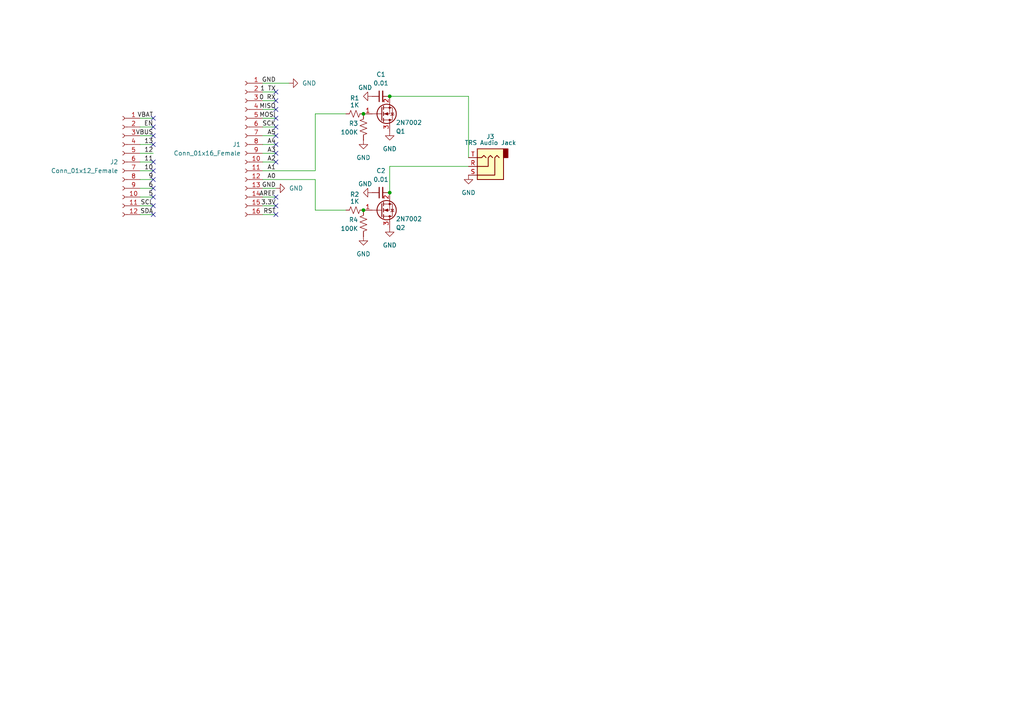
<source format=kicad_sch>
(kicad_sch (version 20231120) (generator "eeschema") (generator_version "8.0")
  (paper "A4")
  (lib_symbols
    (symbol "Connector:Conn_01x12_Female" (pin_names (offset 1.016) hide)
      (property "Reference" "J" (at 0 15.24 0))
      (property "Value" "Conn_01x12_Female" (at 0 -17.78 0))
      (symbol "Conn_01x12_Female_1_1"
        (arc (start 0 -14.732) (mid -0.5058 -15.24) (end 0 -15.748) (stroke (width 0.1524)))
        (arc (start 0 -12.192) (mid -0.5058 -12.7) (end 0 -13.208) (stroke (width 0.1524)))
        (arc (start 0 -9.652) (mid -0.5058 -10.16) (end 0 -10.668) (stroke (width 0.1524)))
        (arc (start 0 -7.112) (mid -0.5058 -7.62) (end 0 -8.128) (stroke (width 0.1524)))
        (arc (start 0 -4.572) (mid -0.5058 -5.08) (end 0 -5.588) (stroke (width 0.1524)))
        (arc (start 0 -2.032) (mid -0.5058 -2.54) (end 0 -3.048) (stroke (width 0.1524)))
        (polyline (pts (xy -1.27 -15.24) (xy -0.508 -15.24)) (stroke (width 0.1524)))
        (polyline (pts (xy -1.27 -12.7) (xy -0.508 -12.7)) (stroke (width 0.1524)))
        (polyline (pts (xy -1.27 -10.16) (xy -0.508 -10.16)) (stroke (width 0.1524)))
        (polyline (pts (xy -1.27 -7.62) (xy -0.508 -7.62)) (stroke (width 0.1524)))
        (polyline (pts (xy -1.27 -5.08) (xy -0.508 -5.08)) (stroke (width 0.1524)))
        (polyline (pts (xy -1.27 -2.54) (xy -0.508 -2.54)) (stroke (width 0.1524)))
        (polyline (pts (xy -1.27 0) (xy -0.508 0)) (stroke (width 0.1524)))
        (polyline (pts (xy -1.27 2.54) (xy -0.508 2.54)) (stroke (width 0.1524)))
        (polyline (pts (xy -1.27 5.08) (xy -0.508 5.08)) (stroke (width 0.1524)))
        (polyline (pts (xy -1.27 7.62) (xy -0.508 7.62)) (stroke (width 0.1524)))
        (polyline (pts (xy -1.27 10.16) (xy -0.508 10.16)) (stroke (width 0.1524)))
        (polyline (pts (xy -1.27 12.7) (xy -0.508 12.7)) (stroke (width 0.1524)))
        (arc (start 0 0.508) (mid -0.5058 0) (end 0 -0.508) (stroke (width 0.1524)))
        (arc (start 0 3.048) (mid -0.5058 2.54) (end 0 2.032) (stroke (width 0.1524)))
        (arc (start 0 5.588) (mid -0.5058 5.08) (end 0 4.572) (stroke (width 0.1524)))
        (arc (start 0 8.128) (mid -0.5058 7.62) (end 0 7.112) (stroke (width 0.1524)))
        (arc (start 0 10.668) (mid -0.5058 10.16) (end 0 9.652) (stroke (width 0.1524)))
        (arc (start 0 13.208) (mid -0.5058 12.7) (end 0 12.192) (stroke (width 0.1524)))
        (pin passive line (at -5.08 12.7 0) (length 3.81) (name "Pin_1") (number "1"))
        (pin passive line (at -5.08 -10.16 0) (length 3.81) (name "Pin_10") (number "10"))
        (pin passive line (at -5.08 -12.7 0) (length 3.81) (name "Pin_11") (number "11"))
        (pin passive line (at -5.08 -15.24 0) (length 3.81) (name "Pin_12") (number "12"))
        (pin passive line (at -5.08 10.16 0) (length 3.81) (name "Pin_2") (number "2"))
        (pin passive line (at -5.08 7.62 0) (length 3.81) (name "Pin_3") (number "3"))
        (pin passive line (at -5.08 5.08 0) (length 3.81) (name "Pin_4") (number "4"))
        (pin passive line (at -5.08 2.54 0) (length 3.81) (name "Pin_5") (number "5"))
        (pin passive line (at -5.08 0 0) (length 3.81) (name "Pin_6") (number "6"))
        (pin passive line (at -5.08 -2.54 0) (length 3.81) (name "Pin_7") (number "7"))
        (pin passive line (at -5.08 -5.08 0) (length 3.81) (name "Pin_8") (number "8"))
        (pin passive line (at -5.08 -7.62 0) (length 3.81) (name "Pin_9") (number "9"))
      )
    )
    (symbol "Connector:Conn_01x16_Female" (pin_names (offset 1.016) hide)
      (property "Reference" "J" (at 0 20.32 0))
      (property "Value" "Conn_01x16_Female" (at 0 -22.86 0))
      (symbol "Conn_01x16_Female_1_1"
        (arc (start 0 -19.812) (mid -0.5058 -20.32) (end 0 -20.828) (stroke (width 0.1524)))
        (arc (start 0 -17.272) (mid -0.5058 -17.78) (end 0 -18.288) (stroke (width 0.1524)))
        (arc (start 0 -14.732) (mid -0.5058 -15.24) (end 0 -15.748) (stroke (width 0.1524)))
        (arc (start 0 -12.192) (mid -0.5058 -12.7) (end 0 -13.208) (stroke (width 0.1524)))
        (arc (start 0 -9.652) (mid -0.5058 -10.16) (end 0 -10.668) (stroke (width 0.1524)))
        (arc (start 0 -7.112) (mid -0.5058 -7.62) (end 0 -8.128) (stroke (width 0.1524)))
        (arc (start 0 -4.572) (mid -0.5058 -5.08) (end 0 -5.588) (stroke (width 0.1524)))
        (arc (start 0 -2.032) (mid -0.5058 -2.54) (end 0 -3.048) (stroke (width 0.1524)))
        (polyline (pts (xy -1.27 -20.32) (xy -0.508 -20.32)) (stroke (width 0.1524)))
        (polyline (pts (xy -1.27 -17.78) (xy -0.508 -17.78)) (stroke (width 0.1524)))
        (polyline (pts (xy -1.27 -15.24) (xy -0.508 -15.24)) (stroke (width 0.1524)))
        (polyline (pts (xy -1.27 -12.7) (xy -0.508 -12.7)) (stroke (width 0.1524)))
        (polyline (pts (xy -1.27 -10.16) (xy -0.508 -10.16)) (stroke (width 0.1524)))
        (polyline (pts (xy -1.27 -7.62) (xy -0.508 -7.62)) (stroke (width 0.1524)))
        (polyline (pts (xy -1.27 -5.08) (xy -0.508 -5.08)) (stroke (width 0.1524)))
        (polyline (pts (xy -1.27 -2.54) (xy -0.508 -2.54)) (stroke (width 0.1524)))
        (polyline (pts (xy -1.27 0) (xy -0.508 0)) (stroke (width 0.1524)))
        (polyline (pts (xy -1.27 2.54) (xy -0.508 2.54)) (stroke (width 0.1524)))
        (polyline (pts (xy -1.27 5.08) (xy -0.508 5.08)) (stroke (width 0.1524)))
        (polyline (pts (xy -1.27 7.62) (xy -0.508 7.62)) (stroke (width 0.1524)))
        (polyline (pts (xy -1.27 10.16) (xy -0.508 10.16)) (stroke (width 0.1524)))
        (polyline (pts (xy -1.27 12.7) (xy -0.508 12.7)) (stroke (width 0.1524)))
        (polyline (pts (xy -1.27 15.24) (xy -0.508 15.24)) (stroke (width 0.1524)))
        (polyline (pts (xy -1.27 17.78) (xy -0.508 17.78)) (stroke (width 0.1524)))
        (arc (start 0 0.508) (mid -0.5058 0) (end 0 -0.508) (stroke (width 0.1524)))
        (arc (start 0 3.048) (mid -0.5058 2.54) (end 0 2.032) (stroke (width 0.1524)))
        (arc (start 0 5.588) (mid -0.5058 5.08) (end 0 4.572) (stroke (width 0.1524)))
        (arc (start 0 8.128) (mid -0.5058 7.62) (end 0 7.112) (stroke (width 0.1524)))
        (arc (start 0 10.668) (mid -0.5058 10.16) (end 0 9.652) (stroke (width 0.1524)))
        (arc (start 0 13.208) (mid -0.5058 12.7) (end 0 12.192) (stroke (width 0.1524)))
        (arc (start 0 15.748) (mid -0.5058 15.24) (end 0 14.732) (stroke (width 0.1524)))
        (arc (start 0 18.288) (mid -0.5058 17.78) (end 0 17.272) (stroke (width 0.1524)))
        (pin passive line (at -5.08 17.78 0) (length 3.81) (name "Pin_1") (number "1"))
        (pin passive line (at -5.08 -5.08 0) (length 3.81) (name "Pin_10") (number "10"))
        (pin passive line (at -5.08 -7.62 0) (length 3.81) (name "Pin_11") (number "11"))
        (pin passive line (at -5.08 -10.16 0) (length 3.81) (name "Pin_12") (number "12"))
        (pin passive line (at -5.08 -12.7 0) (length 3.81) (name "Pin_13") (number "13"))
        (pin passive line (at -5.08 -15.24 0) (length 3.81) (name "Pin_14") (number "14"))
        (pin passive line (at -5.08 -17.78 0) (length 3.81) (name "Pin_15") (number "15"))
        (pin passive line (at -5.08 -20.32 0) (length 3.81) (name "Pin_16") (number "16"))
        (pin passive line (at -5.08 15.24 0) (length 3.81) (name "Pin_2") (number "2"))
        (pin passive line (at -5.08 12.7 0) (length 3.81) (name "Pin_3") (number "3"))
        (pin passive line (at -5.08 10.16 0) (length 3.81) (name "Pin_4") (number "4"))
        (pin passive line (at -5.08 7.62 0) (length 3.81) (name "Pin_5") (number "5"))
        (pin passive line (at -5.08 5.08 0) (length 3.81) (name "Pin_6") (number "6"))
        (pin passive line (at -5.08 2.54 0) (length 3.81) (name "Pin_7") (number "7"))
        (pin passive line (at -5.08 0 0) (length 3.81) (name "Pin_8") (number "8"))
        (pin passive line (at -5.08 -2.54 0) (length 3.81) (name "Pin_9") (number "9"))
      )
    )
    (symbol "Connector_Audio:AudioJack3"
      (property "Reference" "J" (at 0 8.89 0))
      (property "Value" "AudioJack3" (at 0 6.35 0))
      (symbol "AudioJack3_0_1"
        (rectangle (start -5.08 -5.08) (end -6.35 -2.54) (stroke (width 0.254)) (fill (type outline)))
        (polyline (pts (xy 0 -2.54) (xy 0.635 -3.175) (xy 1.27 -2.54) (xy 2.54 -2.54)) (stroke (width 0.254)))
        (polyline (pts (xy -1.905 -2.54) (xy -1.27 -3.175) (xy -0.635 -2.54) (xy -0.635 0) (xy 2.54 0)) (stroke (width 0.254)))
        (polyline (pts (xy 2.54 2.54) (xy -2.54 2.54) (xy -2.54 -2.54) (xy -3.175 -3.175) (xy -3.81 -2.54)) (stroke (width 0.254)))
        (rectangle (start 2.54 3.81) (end -5.08 -5.08) (stroke (width 0.254)) (fill (type background)))
      )
      (symbol "AudioJack3_1_1"
        (pin passive line (at 5.08 0 180) (length 2.54) (name "~") (number "R"))
        (pin passive line (at 5.08 2.54 180) (length 2.54) (name "~") (number "S"))
        (pin passive line (at 5.08 -2.54 180) (length 2.54) (name "~") (number "T"))
      )
    )
    (symbol "Device:C_Small" (pin_numbers hide) (pin_names (offset 0.254) hide)
      (property "Reference" "C" (at 0.254 1.778 0))
      (property "Value" "C_Small" (at 0.254 -2.032 0))
      (symbol "C_Small_0_1"
        (polyline (pts (xy -1.524 -0.508) (xy 1.524 -0.508)) (stroke (width 0.3302)))
        (polyline (pts (xy -1.524 0.508) (xy 1.524 0.508)) (stroke (width 0.3048)))
      )
      (symbol "C_Small_1_1"
        (pin passive line (at 0 2.54 270) (length 2.032) (name "~") (number "1"))
        (pin passive line (at 0 -2.54 90) (length 2.032) (name "~") (number "2"))
      )
    )
    (symbol "Device:R_Small_US" (pin_numbers hide) (pin_names (offset 0.254) hide)
      (property "Reference" "R" (at 0.762 0.508 0))
      (property "Value" "R_Small_US" (at 0.762 -1.016 0))
      (symbol "R_Small_US_1_1"
        (polyline (pts (xy 0 0) (xy 1.016 -0.381) (xy 0 -0.762) (xy -1.016 -1.143) (xy 0 -1.524)))
        (polyline (pts (xy 0 1.524) (xy 1.016 1.143) (xy 0 0.762) (xy -1.016 0.381) (xy 0 0)))
        (pin passive line (at 0 2.54 270) (length 1.016) (name "~") (number "1"))
        (pin passive line (at 0 -2.54 90) (length 1.016) (name "~") (number "2"))
      )
    )
    (symbol "Device:R_US" (pin_numbers hide) (pin_names (offset 0))
      (property "Reference" "R" (at 2.54 0 90))
      (property "Value" "R_US" (at -2.54 0 90))
      (symbol "R_US_0_1"
        (polyline (pts (xy 0 -2.286) (xy 0 -2.54)))
        (polyline (pts (xy 0 2.286) (xy 0 2.54)))
        (polyline (pts (xy 0 -0.762) (xy 1.016 -1.143) (xy 0 -1.524) (xy -1.016 -1.905) (xy 0 -2.286)))
        (polyline (pts (xy 0 0.762) (xy 1.016 0.381) (xy 0 0) (xy -1.016 -0.381) (xy 0 -0.762)))
        (polyline (pts (xy 0 2.286) (xy 1.016 1.905) (xy 0 1.524) (xy -1.016 1.143) (xy 0 0.762)))
      )
      (symbol "R_US_1_1"
        (pin passive line (at 0 3.81 270) (length 1.27) (name "~") (number "1"))
        (pin passive line (at 0 -3.81 90) (length 1.27) (name "~") (number "2"))
      )
    )
    (symbol "Transistor_FET:2N7002H" (pin_names hide)
      (property "Reference" "Q" (at 5.08 1.905 0))
      (property "Value" "2N7002H" (at 5.08 0 0))
      (symbol "2N7002H_0_1"
        (polyline (pts (xy 0.254 0) (xy -2.54 0)))
        (polyline (pts (xy 0.254 1.905) (xy 0.254 -1.905)) (stroke (width 0.254)))
        (polyline (pts (xy 0.762 -1.27) (xy 0.762 -2.286)) (stroke (width 0.254)))
        (polyline (pts (xy 0.762 0.508) (xy 0.762 -0.508)) (stroke (width 0.254)))
        (polyline (pts (xy 0.762 2.286) (xy 0.762 1.27)) (stroke (width 0.254)))
        (polyline (pts (xy 2.54 2.54) (xy 2.54 1.778)))
        (polyline (pts (xy 2.54 -2.54) (xy 2.54 0) (xy 0.762 0)))
        (polyline (pts (xy 0.762 -1.778) (xy 3.302 -1.778) (xy 3.302 1.778) (xy 0.762 1.778)))
        (polyline (pts (xy 1.016 0) (xy 2.032 0.381) (xy 2.032 -0.381) (xy 1.016 0)) (fill (type outline)))
        (polyline (pts (xy 2.794 0.508) (xy 2.921 0.381) (xy 3.683 0.381) (xy 3.81 0.254)))
        (polyline (pts (xy 3.302 0.381) (xy 2.921 -0.254) (xy 3.683 -0.254) (xy 3.302 0.381)))
        (circle (center 1.651 0) (radius 2.794) (stroke (width 0.254)))
        (circle (center 2.54 -1.778) (radius 0.254) (fill (type outline)))
        (circle (center 2.54 1.778) (radius 0.254) (fill (type outline)))
      )
      (symbol "2N7002H_1_1"
        (pin input line (at -5.08 0 0) (length 2.54) (name "G") (number "1"))
        (pin passive line (at 2.54 -5.08 90) (length 2.54) (name "S") (number "2"))
        (pin passive line (at 2.54 5.08 270) (length 2.54) (name "D") (number "3"))
      )
    )
    (symbol "power:GND" (power) (pin_numbers hide) (pin_names (offset 0) hide)
      (property "Value" "GND" (at 0 -3.81 0))
      (symbol "GND_0_1"
        (polyline (pts (xy 0 0) (xy 0 -1.27) (xy 1.27 -1.27) (xy 0 -2.54) (xy -1.27 -1.27) (xy 0 -1.27)))
      )
      (symbol "GND_1_1"
        (pin power_in line (at 0 0 270) (length 0) (name "~") (number "1"))
      )
    )
  )
  (junction (at 113.03 55.88))
  (junction (at 113.03 27.94))
  (junction (at 105.41 60.96))
  (junction (at 105.41 33.02))
  (no_connect (at 80.01 31.75))
  (no_connect (at 80.01 29.21))
  (no_connect (at 80.01 46.99))
  (no_connect (at 44.45 49.53))
  (no_connect (at 44.45 52.07))
  (no_connect (at 44.45 46.99))
  (no_connect (at 80.01 59.69))
  (no_connect (at 80.01 26.67))
  (no_connect (at 44.45 57.15))
  (no_connect (at 44.45 59.69))
  (no_connect (at 44.45 62.23))
  (no_connect (at 44.45 54.61))
  (no_connect (at 80.01 34.29))
  (no_connect (at 44.45 39.37))
  (no_connect (at 80.01 39.37))
  (no_connect (at 44.45 41.91))
  (no_connect (at 44.45 36.83))
  (no_connect (at 80.01 41.91))
  (no_connect (at 80.01 57.15))
  (no_connect (at 80.01 62.23))
  (no_connect (at 80.01 36.83))
  (no_connect (at 80.01 44.45))
  (no_connect (at 44.45 34.29))
  (wire (pts (xy 76.2 49.53) (xy 91.44 49.53)))
  (wire (pts (xy 80.01 62.23) (xy 76.2 62.23)))
  (wire (pts (xy 80.01 29.21) (xy 76.2 29.21)))
  (wire (pts (xy 80.01 57.15) (xy 76.2 57.15)))
  (wire (pts (xy 44.45 62.23) (xy 40.64 62.23)))
  (wire (pts (xy 91.44 33.02) (xy 100.33 33.02)))
  (wire (pts (xy 44.45 49.53) (xy 40.64 49.53)))
  (wire (pts (xy 83.82 24.13) (xy 76.2 24.13)))
  (wire (pts (xy 135.89 45.72) (xy 135.89 27.94)))
  (wire (pts (xy 113.03 48.26) (xy 113.03 55.88)))
  (wire (pts (xy 76.2 54.61) (xy 80.01 54.61)))
  (wire (pts (xy 44.45 44.45) (xy 40.64 44.45)))
  (wire (pts (xy 44.45 57.15) (xy 40.64 57.15)))
  (wire (pts (xy 44.45 59.69) (xy 40.64 59.69)))
  (wire (pts (xy 91.44 52.07) (xy 91.44 60.96)))
  (wire (pts (xy 80.01 26.67) (xy 76.2 26.67)))
  (wire (pts (xy 91.44 49.53) (xy 91.44 33.02)))
  (wire (pts (xy 135.89 48.26) (xy 113.03 48.26)))
  (wire (pts (xy 44.45 52.07) (xy 40.64 52.07)))
  (wire (pts (xy 76.2 52.07) (xy 91.44 52.07)))
  (wire (pts (xy 80.01 31.75) (xy 76.2 31.75)))
  (wire (pts (xy 135.89 27.94) (xy 113.03 27.94)))
  (wire (pts (xy 44.45 54.61) (xy 40.64 54.61)))
  (wire (pts (xy 80.01 46.99) (xy 76.2 46.99)))
  (wire (pts (xy 80.01 41.91) (xy 76.2 41.91)))
  (wire (pts (xy 44.45 36.83) (xy 40.64 36.83)))
  (wire (pts (xy 91.44 60.96) (xy 100.33 60.96)))
  (wire (pts (xy 76.2 59.69) (xy 80.01 59.69)))
  (wire (pts (xy 80.01 44.45) (xy 76.2 44.45)))
  (wire (pts (xy 44.45 41.91) (xy 40.64 41.91)))
  (wire (pts (xy 76.2 39.37) (xy 80.01 39.37)))
  (wire (pts (xy 44.45 34.29) (xy 40.64 34.29)))
  (wire (pts (xy 44.45 46.99) (xy 40.64 46.99)))
  (wire (pts (xy 40.64 39.37) (xy 44.45 39.37)))
  (wire (pts (xy 80.01 34.29) (xy 76.2 34.29)))
  (wire (pts (xy 80.01 36.83) (xy 76.2 36.83)))
  (label "A5" (at 80.01 39.37 180))
  (label "11" (at 44.45 46.99 180))
  (label "1 TX" (at 80.01 26.67 180))
  (label "SCL" (at 44.45 59.69 180))
  (label "MOSI" (at 80.01 34.29 180))
  (label "10" (at 44.45 49.53 180))
  (label "12" (at 44.45 44.45 180))
  (label "5" (at 44.45 57.15 180))
  (label "0 RX" (at 80.01 29.21 180))
  (label "A4" (at 80.01 41.91 180))
  (label "A0" (at 80.01 52.07 180))
  (label "6" (at 44.45 54.61 180))
  (label "SDA" (at 44.45 62.23 180))
  (label "VBAT" (at 44.45 34.29 180))
  (label "MISO" (at 80.01 31.75 180))
  (label "SCK" (at 80.01 36.83 180))
  (label "EN" (at 44.45 36.83 180))
  (label "9" (at 44.45 52.07 180))
  (label "VBUS" (at 44.45 39.37 180))
  (label "3.3V" (at 80.01 59.69 180))
  (label "A2" (at 80.01 46.99 180))
  (label "AREF" (at 80.01 57.15 180))
  (label "RST" (at 80.01 62.23 180))
  (label "13" (at 44.45 41.91 180))
  (label "A3" (at 80.01 44.45 180))
  (label "GND" (at 80.01 24.13 180))
  (label "GND" (at 80.01 54.61 180))
  (label "A1" (at 80.01 49.53 180))
  (symbol (lib_id "power:GND") (at 105.41 40.64 0) (unit 1)
    (property "Reference" "#PWR04" (effects (hide yes)))
    (property "Value" "GND" (at 105.41 45.72 0))
    (property "Description" "Power symbol creates a global label with name \"GND\" , ground" (effects (hide yes)))
  )
  (symbol (lib_id "power:GND") (at 135.89 50.8 0) (unit 1)
    (property "Reference" "#PWR03" (effects (hide yes)))
    (property "Value" "GND" (at 135.89 55.88 0))
    (property "Description" "Power symbol creates a global label with name \"GND\" , ground" (effects (hide yes)))
  )
  (symbol (lib_id "power:GND") (at 113.03 38.1 0) (unit 1)
    (property "Reference" "#PWR01" (effects (hide yes)))
    (property "Value" "GND" (at 113.03 43.18 0))
    (property "Description" "Power symbol creates a global label with name \"GND\" , ground" (effects (hide yes)))
  )
  (symbol (lib_id "power:GND") (at 83.82 24.13 90) (mirror x) (unit 1)
    (property "Reference" "#PWR05" (effects (hide yes)))
    (property "Value" "GND" (at 87.63 24.1299 90) (effects (justify right)))
    (property "Description" "Power symbol creates a global label with name \"GND\" , ground" (effects (hide yes)))
  )
  (symbol (lib_id "Device:R_Small_US") (at 102.87 33.02 270) (unit 1)
    (property "Reference" "R1" (at 102.87 28.448 90))
    (property "Value" "1K" (at 102.87 30.48 90))
    (property "Footprint" "Resistor_THT:R_Axial_DIN0204_L3.6mm_D1.6mm_P5.08mm_Horizontal" (effects (hide yes)))
    (property "Description" "Resistor, small US symbol" (effects (hide yes)))
  )
  (symbol (lib_id "power:GND") (at 113.03 66.04 0) (unit 1)
    (property "Reference" "#PWR09" (effects (hide yes)))
    (property "Value" "GND" (at 113.03 71.12 0))
    (property "Description" "Power symbol creates a global label with name \"GND\" , ground" (effects (hide yes)))
  )
  (symbol (lib_id "Device:R_US") (at 105.41 64.77 0) (mirror y) (unit 1)
    (property "Reference" "R4" (at 103.886 63.754 0) (effects (justify left)))
    (property "Value" "100K" (at 103.886 66.294 0) (effects (justify left)))
    (property "Footprint" "Resistor_THT:R_Axial_DIN0204_L3.6mm_D1.6mm_P1.90mm_Vertical" (effects (hide yes)))
    (property "Description" "Resistor, US symbol" (effects (hide yes)))
  )
  (symbol (lib_id "power:GND") (at 107.95 55.88 270) (unit 1)
    (property "Reference" "#PWR08" (effects (hide yes)))
    (property "Value" "GND" (at 107.95 53.34 90) (effects (justify right)))
    (property "Description" "Power symbol creates a global label with name \"GND\" , ground" (effects (hide yes)))
  )
  (symbol (lib_id "Device:C_Small") (at 110.49 55.88 90) (unit 1)
    (property "Reference" "C2" (at 110.4963 49.53 90))
    (property "Value" "0.01" (at 110.4963 52.07 90))
    (property "Footprint" "Capacitor_THT:C_Disc_D3.0mm_W1.6mm_P2.50mm" (effects (hide yes)))
    (property "Description" "Unpolarized capacitor, small symbol" (effects (hide yes)))
  )
  (symbol (lib_id "power:GND") (at 80.01 54.61 90) (unit 1)
    (property "Reference" "#PWR07" (effects (hide yes)))
    (property "Value" "GND" (at 83.82 54.6099 90) (effects (justify right)))
    (property "Description" "Power symbol creates a global label with name \"GND\" , ground" (effects (hide yes)))
  )
  (symbol (lib_id "Device:R_US") (at 105.41 36.83 0) (mirror y) (unit 1)
    (property "Reference" "R3" (at 103.886 35.814 0) (effects (justify left)))
    (property "Value" "100K" (at 103.886 38.354 0) (effects (justify left)))
    (property "Footprint" "Resistor_THT:R_Axial_DIN0204_L3.6mm_D1.6mm_P1.90mm_Vertical" (effects (hide yes)))
    (property "Description" "Resistor, US symbol" (effects (hide yes)))
  )
  (symbol (lib_id "Device:R_Small_US") (at 102.87 60.96 270) (unit 1)
    (property "Reference" "R2" (at 102.87 56.388 90))
    (property "Value" "1K" (at 102.87 58.42 90))
    (property "Footprint" "Resistor_THT:R_Axial_DIN0204_L3.6mm_D1.6mm_P5.08mm_Horizontal" (effects (hide yes)))
    (property "Description" "Resistor, small US symbol" (effects (hide yes)))
  )
  (symbol (lib_id "Device:C_Small") (at 110.49 27.94 90) (unit 1)
    (property "Reference" "C1" (at 110.4963 21.59 90))
    (property "Value" "0.01" (at 110.4963 24.13 90))
    (property "Footprint" "Capacitor_THT:C_Disc_D3.0mm_W1.6mm_P2.50mm" (effects (hide yes)))
    (property "Description" "Unpolarized capacitor, small symbol" (effects (hide yes)))
  )
  (symbol (lib_id "Connector_Audio:AudioJack3") (at 140.97 48.26 180) (unit 1)
    (property "Reference" "J3" (at 142.24 39.624 0))
    (property "Value" "TRS Audio Jack" (at 142.24 41.402 0))
    (property "Footprint" "Connector_Audio:Jack_3.5mm_CUI_SJ1-3533NG_Horizontal_CircularHoles" (effects (hide yes)))
    (property "Description" "Audio Jack, 3 Poles (Stereo / TRS)" (effects (hide yes)))
  )
  (symbol (lib_id "Transistor_FET:2N7002H") (at 110.49 33.02 0) (mirror x) (unit 1)
    (property "Reference" "Q1" (at 114.808 38.1 0) (effects (justify left)))
    (property "Value" "2N7002" (at 114.808 35.56 0) (effects (justify left)))
    (property "Footprint" "Package_TO_SOT_SMD:SOT-23" (effects (hide yes)))
    (property "Datasheet" "http://www.diodes.com/assets/Datasheets/2N7002H.pdf" (effects (hide yes)))
    (property "Description" "0.21A Id, 60V Vds, N-Channel MOSFET, SOT-23" (effects (hide yes)))
  )
  (symbol (lib_id "power:GND") (at 107.95 27.94 270) (unit 1)
    (property "Reference" "#PWR02" (effects (hide yes)))
    (property "Value" "GND" (at 107.95 25.4 90) (effects (justify right)))
    (property "Description" "Power symbol creates a global label with name \"GND\" , ground" (effects (hide yes)))
  )
  (symbol (lib_id "Connector:Conn_01x16_Female") (at 71.12 41.91 0) (mirror y) (unit 1)
    (property "Reference" "J1" (at 69.85 41.9099 0) (effects (justify left)))
    (property "Value" "Conn_01x16_Female" (at 69.85 44.4499 0) (effects (justify left)))
    (property "Footprint" "Connector_PinHeader_2.54mm:PinHeader_1x16_P2.54mm_Vertical" (effects (hide yes)))
  )
  (symbol (lib_id "Transistor_FET:2N7002H") (at 110.49 60.96 0) (mirror x) (unit 1)
    (property "Reference" "Q2" (at 114.808 66.04 0) (effects (justify left)))
    (property "Value" "2N7002" (at 114.808 63.5 0) (effects (justify left)))
    (property "Footprint" "Package_TO_SOT_SMD:SOT-23" (effects (hide yes)))
    (property "Datasheet" "http://www.diodes.com/assets/Datasheets/2N7002H.pdf" (effects (hide yes)))
    (property "Description" "0.21A Id, 60V Vds, N-Channel MOSFET, SOT-23" (effects (hide yes)))
  )
  (symbol (lib_id "Connector:Conn_01x12_Female") (at 35.56 46.99 0) (mirror y) (unit 1)
    (property "Reference" "J2" (at 34.29 46.9899 0) (effects (justify left)))
    (property "Value" "Conn_01x12_Female" (at 34.29 49.5299 0) (effects (justify left)))
    (property "Footprint" "Connector_PinSocket_2.54mm:PinSocket_1x12_P2.54mm_Vertical" (effects (hide yes)))
  )
  (symbol (lib_id "power:GND") (at 105.41 68.58 0) (unit 1)
    (property "Reference" "#PWR06" (effects (hide yes)))
    (property "Value" "GND" (at 105.41 73.66 0))
    (property "Description" "Power symbol creates a global label with name \"GND\" , ground" (effects (hide yes)))
  )
)
</source>
